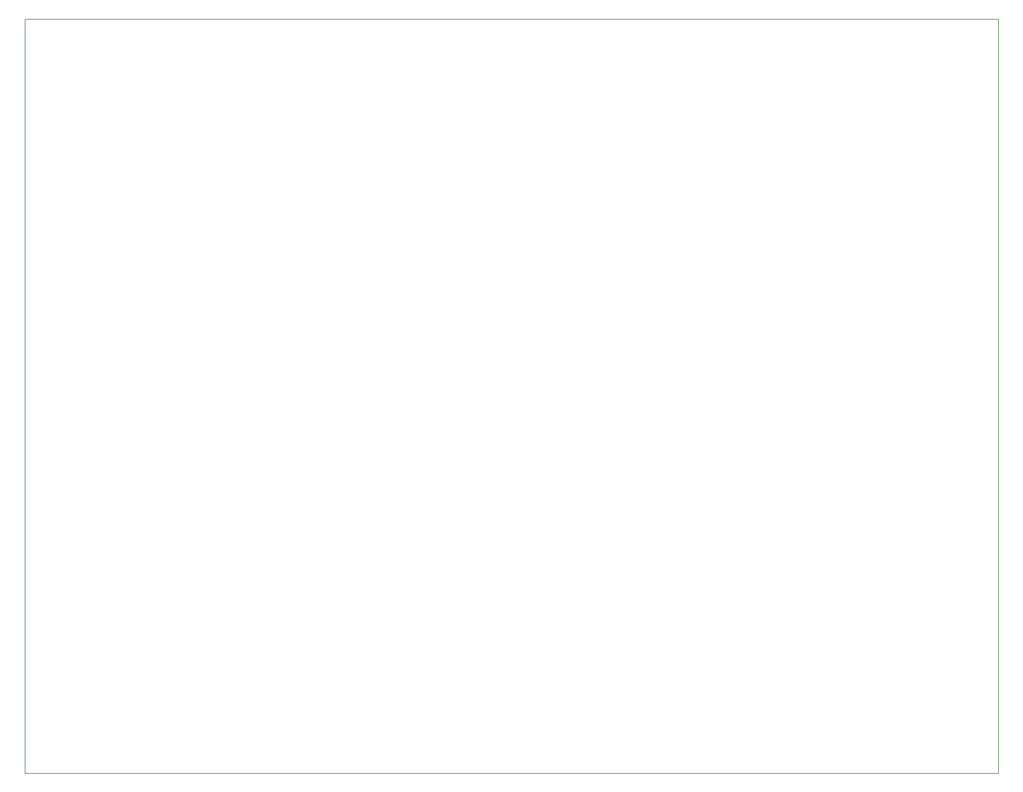
<source format=gbr>
%TF.GenerationSoftware,KiCad,Pcbnew,8.0.5*%
%TF.CreationDate,2025-03-05T22:35:12-05:00*%
%TF.ProjectId,gamepad,67616d65-7061-4642-9e6b-696361645f70,rev?*%
%TF.SameCoordinates,Original*%
%TF.FileFunction,Profile,NP*%
%FSLAX46Y46*%
G04 Gerber Fmt 4.6, Leading zero omitted, Abs format (unit mm)*
G04 Created by KiCad (PCBNEW 8.0.5) date 2025-03-05 22:35:12*
%MOMM*%
%LPD*%
G01*
G04 APERTURE LIST*
%TA.AperFunction,Profile*%
%ADD10C,0.050000*%
%TD*%
G04 APERTURE END LIST*
D10*
X81915000Y-50800000D02*
X208280000Y-50800000D01*
X208280000Y-148590000D01*
X81915000Y-148590000D01*
X81915000Y-50800000D01*
M02*

</source>
